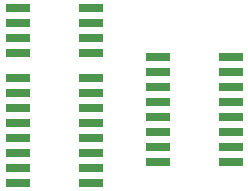
<source format=gtp>
G04 MADE WITH FRITZING*
G04 WWW.FRITZING.ORG*
G04 DOUBLE SIDED*
G04 HOLES PLATED*
G04 CONTOUR ON CENTER OF CONTOUR VECTOR*
%ASAXBY*%
%FSLAX23Y23*%
%MOIN*%
%OFA0B0*%
%SFA1.0B1.0*%
%ADD10R,0.080000X0.026000*%
%ADD11R,0.001000X0.001000*%
%LNPASTEMASK1*%
G90*
G70*
G54D10*
X220Y545D03*
X220Y495D03*
X220Y445D03*
X220Y395D03*
X220Y345D03*
X220Y295D03*
X220Y245D03*
X220Y195D03*
X462Y195D03*
X462Y245D03*
X462Y295D03*
X462Y345D03*
X462Y395D03*
X462Y445D03*
X462Y495D03*
X462Y545D03*
X929Y263D03*
X929Y313D03*
X929Y363D03*
X929Y413D03*
X929Y463D03*
X929Y513D03*
X929Y563D03*
X929Y613D03*
X687Y613D03*
X687Y563D03*
X687Y513D03*
X687Y463D03*
X687Y413D03*
X687Y363D03*
X687Y313D03*
X687Y263D03*
X220Y776D03*
X220Y726D03*
X220Y676D03*
X220Y626D03*
X462Y626D03*
X462Y676D03*
X462Y726D03*
X462Y776D03*
G54D11*
D02*
G04 End of PasteMask1*
M02*
</source>
